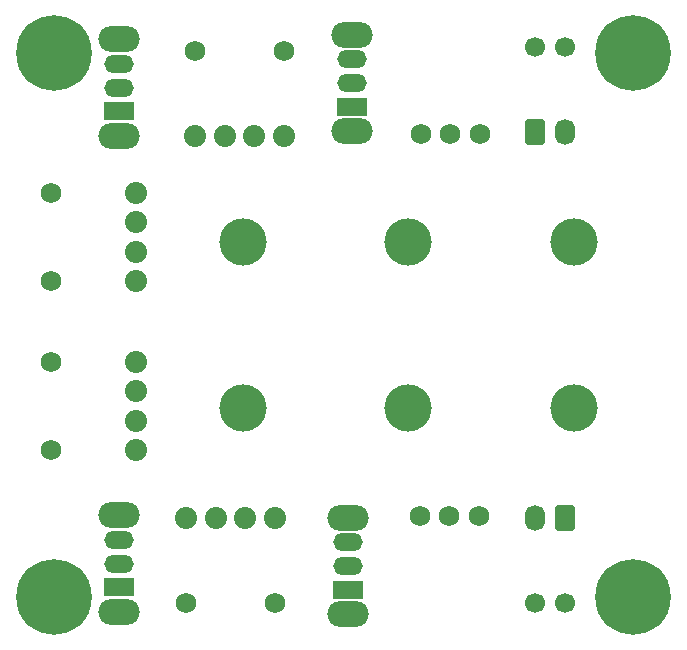
<source format=gbr>
%TF.GenerationSoftware,KiCad,Pcbnew,9.0.4*%
%TF.CreationDate,2025-09-20T03:12:18-05:00*%
%TF.ProjectId,Scrutineering,53637275-7469-46e6-9565-72696e672e6b,rev?*%
%TF.SameCoordinates,Original*%
%TF.FileFunction,Soldermask,Bot*%
%TF.FilePolarity,Negative*%
%FSLAX46Y46*%
G04 Gerber Fmt 4.6, Leading zero omitted, Abs format (unit mm)*
G04 Created by KiCad (PCBNEW 9.0.4) date 2025-09-20 03:12:18*
%MOMM*%
%LPD*%
G01*
G04 APERTURE LIST*
G04 Aperture macros list*
%AMRoundRect*
0 Rectangle with rounded corners*
0 $1 Rounding radius*
0 $2 $3 $4 $5 $6 $7 $8 $9 X,Y pos of 4 corners*
0 Add a 4 corners polygon primitive as box body*
4,1,4,$2,$3,$4,$5,$6,$7,$8,$9,$2,$3,0*
0 Add four circle primitives for the rounded corners*
1,1,$1+$1,$2,$3*
1,1,$1+$1,$4,$5*
1,1,$1+$1,$6,$7*
1,1,$1+$1,$8,$9*
0 Add four rect primitives between the rounded corners*
20,1,$1+$1,$2,$3,$4,$5,0*
20,1,$1+$1,$4,$5,$6,$7,0*
20,1,$1+$1,$6,$7,$8,$9,0*
20,1,$1+$1,$8,$9,$2,$3,0*%
G04 Aperture macros list end*
%ADD10C,1.700000*%
%ADD11RoundRect,0.250000X-0.600000X0.850000X-0.600000X-0.850000X0.600000X-0.850000X0.600000X0.850000X0*%
%ADD12O,1.700000X2.200000*%
%ADD13C,1.752600*%
%ADD14C,4.000000*%
%ADD15O,3.500000X2.200000*%
%ADD16R,2.500000X1.500000*%
%ADD17O,2.500000X1.500000*%
%ADD18C,1.750000*%
%ADD19C,1.875000*%
%ADD20RoundRect,0.250000X0.600000X-0.850000X0.600000X0.850000X-0.600000X0.850000X-0.600000X-0.850000X0*%
%ADD21C,3.600000*%
%ADD22C,6.400000*%
G04 APERTURE END LIST*
D10*
%TO.C,J13*%
X137250000Y-102040000D03*
X134750000Y-102040000D03*
D11*
X137250000Y-94860000D03*
D12*
X134750000Y-94860000D03*
%TD*%
D13*
%TO.C,J11*%
X129966600Y-94691895D03*
X127466600Y-94691895D03*
X124966600Y-94691895D03*
%TD*%
D14*
%TO.C,J10*%
X138000000Y-85500000D03*
%TD*%
D15*
%TO.C,SW2*%
X99500000Y-102808106D03*
X99500000Y-94608106D03*
D16*
X99500000Y-100708106D03*
D17*
X99500000Y-98708106D03*
X99500000Y-96708106D03*
%TD*%
D18*
%TO.C,J4*%
X113440000Y-55271000D03*
X105940000Y-55271000D03*
D19*
X105940000Y-62451000D03*
X108440000Y-62451000D03*
X110940000Y-62451000D03*
X113440000Y-62451000D03*
%TD*%
D18*
%TO.C,J2*%
X93771000Y-81618106D03*
X93771000Y-89118106D03*
D19*
X100951000Y-89118106D03*
X100951000Y-86618106D03*
X100951000Y-84118106D03*
X100951000Y-81618106D03*
%TD*%
D14*
%TO.C,J8*%
X110000000Y-85500000D03*
%TD*%
%TO.C,J6*%
X124000000Y-85500000D03*
%TD*%
%TO.C,J5*%
X124000000Y-71500000D03*
%TD*%
D10*
%TO.C,J14*%
X134750000Y-54960000D03*
X137250000Y-54960000D03*
D20*
X134750000Y-62140000D03*
D12*
X137250000Y-62140000D03*
%TD*%
D21*
%TO.C,MH2*%
X94000000Y-101500000D03*
D22*
X94000000Y-101500000D03*
%TD*%
D15*
%TO.C,SW1*%
X99500000Y-62500000D03*
X99500000Y-54300000D03*
D16*
X99500000Y-60400000D03*
D17*
X99500000Y-58400000D03*
X99500000Y-56400000D03*
%TD*%
D18*
%TO.C,J3*%
X105170000Y-102000000D03*
X112670000Y-102000000D03*
D19*
X112670000Y-94820000D03*
X110170000Y-94820000D03*
X107670000Y-94820000D03*
X105170000Y-94820000D03*
%TD*%
D21*
%TO.C,MH1*%
X94000000Y-55500000D03*
D22*
X94000000Y-55500000D03*
%TD*%
D13*
%TO.C,J12*%
X125033400Y-62308106D03*
X127533400Y-62308106D03*
X130033400Y-62308106D03*
%TD*%
D15*
%TO.C,SW4*%
X119250000Y-62100000D03*
X119250000Y-53900000D03*
D16*
X119250000Y-60000000D03*
D17*
X119250000Y-58000000D03*
X119250000Y-56000000D03*
%TD*%
D21*
%TO.C,MH4*%
X143000000Y-101500000D03*
D22*
X143000000Y-101500000D03*
%TD*%
D14*
%TO.C,J9*%
X138000000Y-71500000D03*
%TD*%
D15*
%TO.C,SW3*%
X118860000Y-103000000D03*
X118860000Y-94800000D03*
D16*
X118860000Y-100900000D03*
D17*
X118860000Y-98900000D03*
X118860000Y-96900000D03*
%TD*%
D18*
%TO.C,J1*%
X93771000Y-67310000D03*
X93771000Y-74810000D03*
D19*
X100951000Y-74810000D03*
X100951000Y-72310000D03*
X100951000Y-69810000D03*
X100951000Y-67310000D03*
%TD*%
D14*
%TO.C,J7*%
X110000000Y-71500000D03*
%TD*%
D21*
%TO.C,MH3*%
X143000000Y-55500000D03*
D22*
X143000000Y-55500000D03*
%TD*%
M02*

</source>
